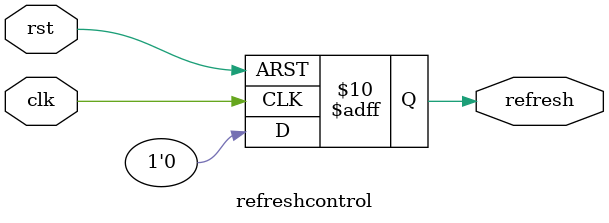
<source format=v>
module refreshcontrol(
input wire clk,
    input wire rst,
    output reg refresh
);

    // Internal counter to track refresh cycles
    reg [11:0] refresh_counter;

    // Refresh interval (adjust based on specifications)
    parameter REFRESH_INTERVAL = 4096;

    // Process for refresh control
    always @(posedge clk or posedge rst) begin
        if (rst) begin
            // Reset values on reset signal
            refresh_counter <= 12'h0;
            refresh <= 1'b0;
        end else begin
            // Increment the refresh counter
            refresh_counter <= refresh_counter + 1;

            // Check for refresh condition
            if (refresh_counter == REFRESH_INTERVAL) begin
                refresh <= 1'b1;
                refresh_counter <= 12'h0;  // Reset the counter after refresh
            end else begin
                refresh <= 1'b0;
            end
        end
    end

endmodule

</source>
